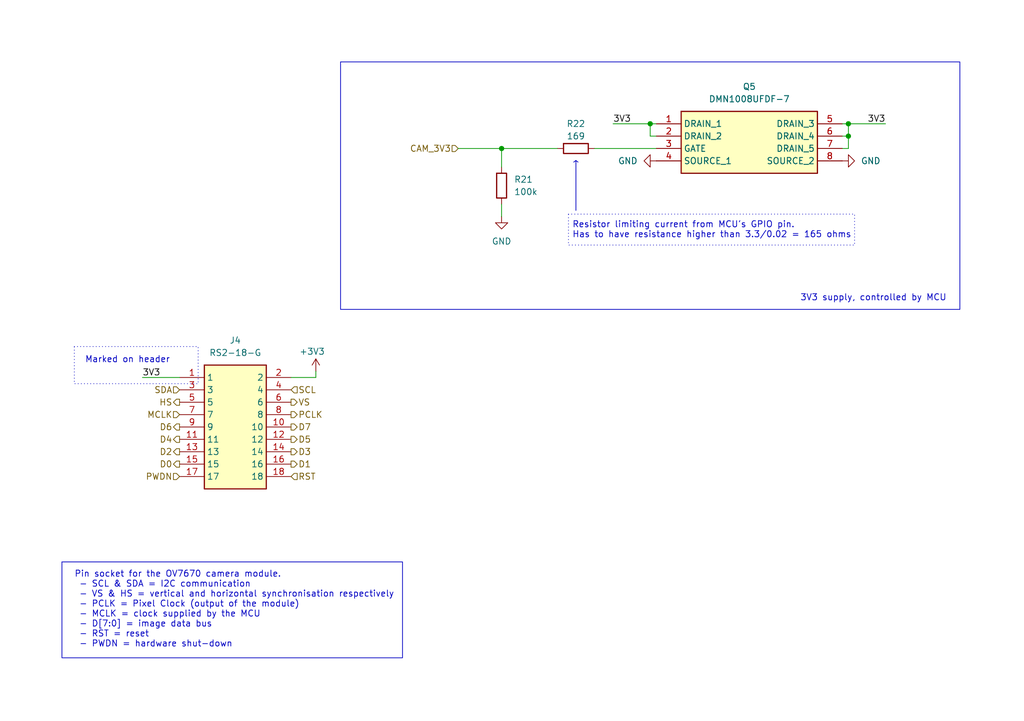
<source format=kicad_sch>
(kicad_sch
	(version 20231120)
	(generator "eeschema")
	(generator_version "8.0")
	(uuid "8b810c15-c345-4e7e-83b3-8492b626435d")
	(paper "A5")
	(lib_symbols
		(symbol "Device:R"
			(pin_numbers hide)
			(pin_names
				(offset 0)
			)
			(exclude_from_sim no)
			(in_bom yes)
			(on_board yes)
			(property "Reference" "R"
				(at 2.032 0 90)
				(effects
					(font
						(size 1.27 1.27)
					)
				)
			)
			(property "Value" "R"
				(at 0 0 90)
				(effects
					(font
						(size 1.27 1.27)
					)
				)
			)
			(property "Footprint" ""
				(at -1.778 0 90)
				(effects
					(font
						(size 1.27 1.27)
					)
					(hide yes)
				)
			)
			(property "Datasheet" "~"
				(at 0 0 0)
				(effects
					(font
						(size 1.27 1.27)
					)
					(hide yes)
				)
			)
			(property "Description" "Resistor"
				(at 0 0 0)
				(effects
					(font
						(size 1.27 1.27)
					)
					(hide yes)
				)
			)
			(property "ki_keywords" "R res resistor"
				(at 0 0 0)
				(effects
					(font
						(size 1.27 1.27)
					)
					(hide yes)
				)
			)
			(property "ki_fp_filters" "R_*"
				(at 0 0 0)
				(effects
					(font
						(size 1.27 1.27)
					)
					(hide yes)
				)
			)
			(symbol "R_0_1"
				(rectangle
					(start -1.016 -2.54)
					(end 1.016 2.54)
					(stroke
						(width 0.254)
						(type default)
					)
					(fill
						(type none)
					)
				)
			)
			(symbol "R_1_1"
				(pin passive line
					(at 0 3.81 270)
					(length 1.27)
					(name "~"
						(effects
							(font
								(size 1.27 1.27)
							)
						)
					)
					(number "1"
						(effects
							(font
								(size 1.27 1.27)
							)
						)
					)
				)
				(pin passive line
					(at 0 -3.81 90)
					(length 1.27)
					(name "~"
						(effects
							(font
								(size 1.27 1.27)
							)
						)
					)
					(number "2"
						(effects
							(font
								(size 1.27 1.27)
							)
						)
					)
				)
			)
		)
		(symbol "SamacSys_Parts:DMN1008UFDF-7"
			(exclude_from_sim no)
			(in_bom yes)
			(on_board yes)
			(property "Reference" "Q"
				(at 34.29 7.62 0)
				(effects
					(font
						(size 1.27 1.27)
					)
					(justify left top)
				)
			)
			(property "Value" "DMN1008UFDF-7"
				(at 34.29 5.08 0)
				(effects
					(font
						(size 1.27 1.27)
					)
					(justify left top)
				)
			)
			(property "Footprint" "DMN1008UFDF7"
				(at 34.29 -94.92 0)
				(effects
					(font
						(size 1.27 1.27)
					)
					(justify left top)
					(hide yes)
				)
			)
			(property "Datasheet" "https://www.diodes.com//assets/Datasheets/DMN1008UFDF.pdf"
				(at 34.29 -194.92 0)
				(effects
					(font
						(size 1.27 1.27)
					)
					(justify left top)
					(hide yes)
				)
			)
			(property "Description" "N-Channel 12 V 12.2A (Ta) 700mW (Ta) Surface Mount U-DFN2020-6 (Type F)"
				(at 0 0 0)
				(effects
					(font
						(size 1.27 1.27)
					)
					(hide yes)
				)
			)
			(property "Height" "0.63"
				(at 34.29 -394.92 0)
				(effects
					(font
						(size 1.27 1.27)
					)
					(justify left top)
					(hide yes)
				)
			)
			(property "Manufacturer_Name" "Diodes Incorporated"
				(at 34.29 -494.92 0)
				(effects
					(font
						(size 1.27 1.27)
					)
					(justify left top)
					(hide yes)
				)
			)
			(property "Manufacturer_Part_Number" "DMN1008UFDF-7"
				(at 34.29 -594.92 0)
				(effects
					(font
						(size 1.27 1.27)
					)
					(justify left top)
					(hide yes)
				)
			)
			(property "Mouser Part Number" "621-DMN1008UFDF-7"
				(at 34.29 -694.92 0)
				(effects
					(font
						(size 1.27 1.27)
					)
					(justify left top)
					(hide yes)
				)
			)
			(property "Mouser Price/Stock" "https://www.mouser.co.uk/ProductDetail/Diodes-Incorporated/DMN1008UFDF-7?qs=chTDxNqvsyn%2FQmgNwqXGFQ%3D%3D"
				(at 34.29 -794.92 0)
				(effects
					(font
						(size 1.27 1.27)
					)
					(justify left top)
					(hide yes)
				)
			)
			(property "Arrow Part Number" "DMN1008UFDF-7"
				(at 34.29 -894.92 0)
				(effects
					(font
						(size 1.27 1.27)
					)
					(justify left top)
					(hide yes)
				)
			)
			(property "Arrow Price/Stock" "https://www.arrow.com/en/products/dmn1008ufdf-7/diodes-incorporated"
				(at 34.29 -994.92 0)
				(effects
					(font
						(size 1.27 1.27)
					)
					(justify left top)
					(hide yes)
				)
			)
			(symbol "DMN1008UFDF-7_1_1"
				(rectangle
					(start 5.08 2.54)
					(end 33.02 -10.16)
					(stroke
						(width 0.254)
						(type default)
					)
					(fill
						(type background)
					)
				)
				(pin passive line
					(at 0 0 0)
					(length 5.08)
					(name "DRAIN_1"
						(effects
							(font
								(size 1.27 1.27)
							)
						)
					)
					(number "1"
						(effects
							(font
								(size 1.27 1.27)
							)
						)
					)
				)
				(pin passive line
					(at 0 -2.54 0)
					(length 5.08)
					(name "DRAIN_2"
						(effects
							(font
								(size 1.27 1.27)
							)
						)
					)
					(number "2"
						(effects
							(font
								(size 1.27 1.27)
							)
						)
					)
				)
				(pin passive line
					(at 0 -5.08 0)
					(length 5.08)
					(name "GATE"
						(effects
							(font
								(size 1.27 1.27)
							)
						)
					)
					(number "3"
						(effects
							(font
								(size 1.27 1.27)
							)
						)
					)
				)
				(pin passive line
					(at 0 -7.62 0)
					(length 5.08)
					(name "SOURCE_1"
						(effects
							(font
								(size 1.27 1.27)
							)
						)
					)
					(number "4"
						(effects
							(font
								(size 1.27 1.27)
							)
						)
					)
				)
				(pin passive line
					(at 38.1 0 180)
					(length 5.08)
					(name "DRAIN_3"
						(effects
							(font
								(size 1.27 1.27)
							)
						)
					)
					(number "5"
						(effects
							(font
								(size 1.27 1.27)
							)
						)
					)
				)
				(pin passive line
					(at 38.1 -2.54 180)
					(length 5.08)
					(name "DRAIN_4"
						(effects
							(font
								(size 1.27 1.27)
							)
						)
					)
					(number "6"
						(effects
							(font
								(size 1.27 1.27)
							)
						)
					)
				)
				(pin passive line
					(at 38.1 -5.08 180)
					(length 5.08)
					(name "DRAIN_5"
						(effects
							(font
								(size 1.27 1.27)
							)
						)
					)
					(number "7"
						(effects
							(font
								(size 1.27 1.27)
							)
						)
					)
				)
				(pin passive line
					(at 38.1 -7.62 180)
					(length 5.08)
					(name "SOURCE_2"
						(effects
							(font
								(size 1.27 1.27)
							)
						)
					)
					(number "8"
						(effects
							(font
								(size 1.27 1.27)
							)
						)
					)
				)
			)
		)
		(symbol "SamacSys_Parts:RS2-18-G"
			(exclude_from_sim no)
			(in_bom yes)
			(on_board yes)
			(property "Reference" "J"
				(at 19.05 7.62 0)
				(effects
					(font
						(size 1.27 1.27)
					)
					(justify left top)
				)
			)
			(property "Value" "RS2-18-G"
				(at 19.05 5.08 0)
				(effects
					(font
						(size 1.27 1.27)
					)
					(justify left top)
				)
			)
			(property "Footprint" "RHDR18W60P254_2X9_2337X500X889P"
				(at 19.05 -94.92 0)
				(effects
					(font
						(size 1.27 1.27)
					)
					(justify left top)
					(hide yes)
				)
			)
			(property "Datasheet" "https://app.adam-tech.com/products/download/data_sheet/202893/rs2-xx-g-data-sheet.pdf"
				(at 19.05 -194.92 0)
				(effects
					(font
						(size 1.27 1.27)
					)
					(justify left top)
					(hide yes)
				)
			)
			(property "Description" "Headers & Wire Housings RECEPTACLE STRIP 18P 2.54MM PITC"
				(at 0 0 0)
				(effects
					(font
						(size 1.27 1.27)
					)
					(hide yes)
				)
			)
			(property "Height" "8.89"
				(at 19.05 -394.92 0)
				(effects
					(font
						(size 1.27 1.27)
					)
					(justify left top)
					(hide yes)
				)
			)
			(property "Manufacturer_Name" "Adam Tech"
				(at 19.05 -494.92 0)
				(effects
					(font
						(size 1.27 1.27)
					)
					(justify left top)
					(hide yes)
				)
			)
			(property "Manufacturer_Part_Number" "RS2-18-G"
				(at 19.05 -594.92 0)
				(effects
					(font
						(size 1.27 1.27)
					)
					(justify left top)
					(hide yes)
				)
			)
			(property "Mouser Part Number" ""
				(at 19.05 -694.92 0)
				(effects
					(font
						(size 1.27 1.27)
					)
					(justify left top)
					(hide yes)
				)
			)
			(property "Mouser Price/Stock" ""
				(at 19.05 -794.92 0)
				(effects
					(font
						(size 1.27 1.27)
					)
					(justify left top)
					(hide yes)
				)
			)
			(property "Arrow Part Number" "RS2-18-G"
				(at 19.05 -894.92 0)
				(effects
					(font
						(size 1.27 1.27)
					)
					(justify left top)
					(hide yes)
				)
			)
			(property "Arrow Price/Stock" "https://www.arrow.com/en/products/rs2-18-g/adam-tech"
				(at 19.05 -994.92 0)
				(effects
					(font
						(size 1.27 1.27)
					)
					(justify left top)
					(hide yes)
				)
			)
			(symbol "RS2-18-G_1_1"
				(rectangle
					(start 5.08 2.54)
					(end 17.78 -22.86)
					(stroke
						(width 0.254)
						(type default)
					)
					(fill
						(type background)
					)
				)
				(pin passive line
					(at 0 0 0)
					(length 5.08)
					(name "1"
						(effects
							(font
								(size 1.27 1.27)
							)
						)
					)
					(number "1"
						(effects
							(font
								(size 1.27 1.27)
							)
						)
					)
				)
				(pin passive line
					(at 22.86 -10.16 180)
					(length 5.08)
					(name "10"
						(effects
							(font
								(size 1.27 1.27)
							)
						)
					)
					(number "10"
						(effects
							(font
								(size 1.27 1.27)
							)
						)
					)
				)
				(pin passive line
					(at 0 -12.7 0)
					(length 5.08)
					(name "11"
						(effects
							(font
								(size 1.27 1.27)
							)
						)
					)
					(number "11"
						(effects
							(font
								(size 1.27 1.27)
							)
						)
					)
				)
				(pin passive line
					(at 22.86 -12.7 180)
					(length 5.08)
					(name "12"
						(effects
							(font
								(size 1.27 1.27)
							)
						)
					)
					(number "12"
						(effects
							(font
								(size 1.27 1.27)
							)
						)
					)
				)
				(pin passive line
					(at 0 -15.24 0)
					(length 5.08)
					(name "13"
						(effects
							(font
								(size 1.27 1.27)
							)
						)
					)
					(number "13"
						(effects
							(font
								(size 1.27 1.27)
							)
						)
					)
				)
				(pin passive line
					(at 22.86 -15.24 180)
					(length 5.08)
					(name "14"
						(effects
							(font
								(size 1.27 1.27)
							)
						)
					)
					(number "14"
						(effects
							(font
								(size 1.27 1.27)
							)
						)
					)
				)
				(pin passive line
					(at 0 -17.78 0)
					(length 5.08)
					(name "15"
						(effects
							(font
								(size 1.27 1.27)
							)
						)
					)
					(number "15"
						(effects
							(font
								(size 1.27 1.27)
							)
						)
					)
				)
				(pin passive line
					(at 22.86 -17.78 180)
					(length 5.08)
					(name "16"
						(effects
							(font
								(size 1.27 1.27)
							)
						)
					)
					(number "16"
						(effects
							(font
								(size 1.27 1.27)
							)
						)
					)
				)
				(pin passive line
					(at 0 -20.32 0)
					(length 5.08)
					(name "17"
						(effects
							(font
								(size 1.27 1.27)
							)
						)
					)
					(number "17"
						(effects
							(font
								(size 1.27 1.27)
							)
						)
					)
				)
				(pin passive line
					(at 22.86 -20.32 180)
					(length 5.08)
					(name "18"
						(effects
							(font
								(size 1.27 1.27)
							)
						)
					)
					(number "18"
						(effects
							(font
								(size 1.27 1.27)
							)
						)
					)
				)
				(pin passive line
					(at 22.86 0 180)
					(length 5.08)
					(name "2"
						(effects
							(font
								(size 1.27 1.27)
							)
						)
					)
					(number "2"
						(effects
							(font
								(size 1.27 1.27)
							)
						)
					)
				)
				(pin passive line
					(at 0 -2.54 0)
					(length 5.08)
					(name "3"
						(effects
							(font
								(size 1.27 1.27)
							)
						)
					)
					(number "3"
						(effects
							(font
								(size 1.27 1.27)
							)
						)
					)
				)
				(pin passive line
					(at 22.86 -2.54 180)
					(length 5.08)
					(name "4"
						(effects
							(font
								(size 1.27 1.27)
							)
						)
					)
					(number "4"
						(effects
							(font
								(size 1.27 1.27)
							)
						)
					)
				)
				(pin passive line
					(at 0 -5.08 0)
					(length 5.08)
					(name "5"
						(effects
							(font
								(size 1.27 1.27)
							)
						)
					)
					(number "5"
						(effects
							(font
								(size 1.27 1.27)
							)
						)
					)
				)
				(pin passive line
					(at 22.86 -5.08 180)
					(length 5.08)
					(name "6"
						(effects
							(font
								(size 1.27 1.27)
							)
						)
					)
					(number "6"
						(effects
							(font
								(size 1.27 1.27)
							)
						)
					)
				)
				(pin passive line
					(at 0 -7.62 0)
					(length 5.08)
					(name "7"
						(effects
							(font
								(size 1.27 1.27)
							)
						)
					)
					(number "7"
						(effects
							(font
								(size 1.27 1.27)
							)
						)
					)
				)
				(pin passive line
					(at 22.86 -7.62 180)
					(length 5.08)
					(name "8"
						(effects
							(font
								(size 1.27 1.27)
							)
						)
					)
					(number "8"
						(effects
							(font
								(size 1.27 1.27)
							)
						)
					)
				)
				(pin passive line
					(at 0 -10.16 0)
					(length 5.08)
					(name "9"
						(effects
							(font
								(size 1.27 1.27)
							)
						)
					)
					(number "9"
						(effects
							(font
								(size 1.27 1.27)
							)
						)
					)
				)
			)
		)
		(symbol "power:+3V3"
			(power)
			(pin_numbers hide)
			(pin_names
				(offset 0) hide)
			(exclude_from_sim no)
			(in_bom yes)
			(on_board yes)
			(property "Reference" "#PWR"
				(at 0 -3.81 0)
				(effects
					(font
						(size 1.27 1.27)
					)
					(hide yes)
				)
			)
			(property "Value" "+3V3"
				(at 0 3.556 0)
				(effects
					(font
						(size 1.27 1.27)
					)
				)
			)
			(property "Footprint" ""
				(at 0 0 0)
				(effects
					(font
						(size 1.27 1.27)
					)
					(hide yes)
				)
			)
			(property "Datasheet" ""
				(at 0 0 0)
				(effects
					(font
						(size 1.27 1.27)
					)
					(hide yes)
				)
			)
			(property "Description" "Power symbol creates a global label with name \"+3V3\""
				(at 0 0 0)
				(effects
					(font
						(size 1.27 1.27)
					)
					(hide yes)
				)
			)
			(property "ki_keywords" "global power"
				(at 0 0 0)
				(effects
					(font
						(size 1.27 1.27)
					)
					(hide yes)
				)
			)
			(symbol "+3V3_0_1"
				(polyline
					(pts
						(xy -0.762 1.27) (xy 0 2.54)
					)
					(stroke
						(width 0)
						(type default)
					)
					(fill
						(type none)
					)
				)
				(polyline
					(pts
						(xy 0 0) (xy 0 2.54)
					)
					(stroke
						(width 0)
						(type default)
					)
					(fill
						(type none)
					)
				)
				(polyline
					(pts
						(xy 0 2.54) (xy 0.762 1.27)
					)
					(stroke
						(width 0)
						(type default)
					)
					(fill
						(type none)
					)
				)
			)
			(symbol "+3V3_1_1"
				(pin power_in line
					(at 0 0 90)
					(length 0)
					(name "~"
						(effects
							(font
								(size 1.27 1.27)
							)
						)
					)
					(number "1"
						(effects
							(font
								(size 1.27 1.27)
							)
						)
					)
				)
			)
		)
		(symbol "power:GND"
			(power)
			(pin_numbers hide)
			(pin_names
				(offset 0) hide)
			(exclude_from_sim no)
			(in_bom yes)
			(on_board yes)
			(property "Reference" "#PWR"
				(at 0 -6.35 0)
				(effects
					(font
						(size 1.27 1.27)
					)
					(hide yes)
				)
			)
			(property "Value" "GND"
				(at 0 -3.81 0)
				(effects
					(font
						(size 1.27 1.27)
					)
				)
			)
			(property "Footprint" ""
				(at 0 0 0)
				(effects
					(font
						(size 1.27 1.27)
					)
					(hide yes)
				)
			)
			(property "Datasheet" ""
				(at 0 0 0)
				(effects
					(font
						(size 1.27 1.27)
					)
					(hide yes)
				)
			)
			(property "Description" "Power symbol creates a global label with name \"GND\" , ground"
				(at 0 0 0)
				(effects
					(font
						(size 1.27 1.27)
					)
					(hide yes)
				)
			)
			(property "ki_keywords" "global power"
				(at 0 0 0)
				(effects
					(font
						(size 1.27 1.27)
					)
					(hide yes)
				)
			)
			(symbol "GND_0_1"
				(polyline
					(pts
						(xy 0 0) (xy 0 -1.27) (xy 1.27 -1.27) (xy 0 -2.54) (xy -1.27 -1.27) (xy 0 -1.27)
					)
					(stroke
						(width 0)
						(type default)
					)
					(fill
						(type none)
					)
				)
			)
			(symbol "GND_1_1"
				(pin power_in line
					(at 0 0 270)
					(length 0)
					(name "~"
						(effects
							(font
								(size 1.27 1.27)
							)
						)
					)
					(number "1"
						(effects
							(font
								(size 1.27 1.27)
							)
						)
					)
				)
			)
		)
	)
	(junction
		(at 173.99 25.4)
		(diameter 0)
		(color 0 0 0 0)
		(uuid "0da610de-3249-4f1d-95cb-e6b1fadb31dd")
	)
	(junction
		(at 102.87 30.48)
		(diameter 0)
		(color 0 0 0 0)
		(uuid "6e3bf0ed-e255-47d6-8cee-3e2feddfaed6")
	)
	(junction
		(at 133.35 25.4)
		(diameter 0)
		(color 0 0 0 0)
		(uuid "aaf5b6f7-d560-4168-85fb-bddd486bc5c1")
	)
	(junction
		(at 173.99 27.94)
		(diameter 0)
		(color 0 0 0 0)
		(uuid "b35c31fa-01ab-4ce8-b02d-b8ec4e1bbc9d")
	)
	(wire
		(pts
			(xy 172.72 25.4) (xy 173.99 25.4)
		)
		(stroke
			(width 0)
			(type default)
		)
		(uuid "1e33fc12-87bf-44ae-b1f9-032a58de5512")
	)
	(wire
		(pts
			(xy 173.99 30.48) (xy 173.99 27.94)
		)
		(stroke
			(width 0)
			(type default)
		)
		(uuid "4a94b3ef-599d-4538-99a8-7bb39c8fe596")
	)
	(wire
		(pts
			(xy 64.77 76.2) (xy 64.77 77.47)
		)
		(stroke
			(width 0)
			(type default)
		)
		(uuid "4c8fc943-1055-422a-9736-78ab5eccd625")
	)
	(wire
		(pts
			(xy 125.73 25.4) (xy 133.35 25.4)
		)
		(stroke
			(width 0)
			(type default)
		)
		(uuid "4e3c6b05-7f1a-4ae3-a56e-02dee21ce782")
	)
	(wire
		(pts
			(xy 134.62 27.94) (xy 133.35 27.94)
		)
		(stroke
			(width 0)
			(type default)
		)
		(uuid "4fc6d610-6c64-4ae7-be44-50870203fa45")
	)
	(wire
		(pts
			(xy 133.35 27.94) (xy 133.35 25.4)
		)
		(stroke
			(width 0)
			(type default)
		)
		(uuid "56eea1ac-1a52-4b20-9728-52918d7639e9")
	)
	(wire
		(pts
			(xy 133.35 25.4) (xy 134.62 25.4)
		)
		(stroke
			(width 0)
			(type default)
		)
		(uuid "717118df-924e-4bbc-84a5-fa6c6f2daf87")
	)
	(wire
		(pts
			(xy 121.92 30.48) (xy 134.62 30.48)
		)
		(stroke
			(width 0)
			(type default)
		)
		(uuid "7688270e-c8c9-4b45-a389-7349387e1cb2")
	)
	(wire
		(pts
			(xy 29.21 77.47) (xy 36.83 77.47)
		)
		(stroke
			(width 0)
			(type default)
		)
		(uuid "8ca2c3f3-ee2f-4b8a-b64b-54052e6c561e")
	)
	(wire
		(pts
			(xy 102.87 41.91) (xy 102.87 44.45)
		)
		(stroke
			(width 0)
			(type default)
		)
		(uuid "a591e7c8-d480-4e68-9d69-2409ac303dc5")
	)
	(wire
		(pts
			(xy 173.99 25.4) (xy 181.61 25.4)
		)
		(stroke
			(width 0)
			(type default)
		)
		(uuid "a640d5c1-62a4-4448-b334-7bb55d7b1676")
	)
	(wire
		(pts
			(xy 172.72 30.48) (xy 173.99 30.48)
		)
		(stroke
			(width 0)
			(type default)
		)
		(uuid "bd1a2c3f-2a2a-4ed0-8293-c66bad2954fc")
	)
	(wire
		(pts
			(xy 173.99 25.4) (xy 173.99 27.94)
		)
		(stroke
			(width 0)
			(type default)
		)
		(uuid "c392f2fc-adf4-4566-afdc-c2d93fefd052")
	)
	(wire
		(pts
			(xy 102.87 30.48) (xy 102.87 34.29)
		)
		(stroke
			(width 0)
			(type default)
		)
		(uuid "c6e85bb0-a597-4ea7-a5b1-334d610b1ae4")
	)
	(polyline
		(pts
			(xy 118.11 33.02) (xy 118.11 43.18)
		)
		(stroke
			(width 0)
			(type default)
		)
		(uuid "c9a8b150-032c-46c1-8d17-23e66fd7150d")
	)
	(wire
		(pts
			(xy 172.72 27.94) (xy 173.99 27.94)
		)
		(stroke
			(width 0)
			(type default)
		)
		(uuid "dc477e70-2378-4dc1-afbe-1e0946212bd3")
	)
	(wire
		(pts
			(xy 64.77 77.47) (xy 59.69 77.47)
		)
		(stroke
			(width 0)
			(type default)
		)
		(uuid "e3c7be90-4bd0-4a00-abb1-6dbc182090d0")
	)
	(wire
		(pts
			(xy 102.87 30.48) (xy 114.3 30.48)
		)
		(stroke
			(width 0)
			(type default)
		)
		(uuid "ec2aa368-4027-4d2f-8c7c-bdc10ccda52b")
	)
	(wire
		(pts
			(xy 93.98 30.48) (xy 102.87 30.48)
		)
		(stroke
			(width 0)
			(type default)
		)
		(uuid "f31b786f-b2c7-437f-8c42-701ef80fb9f3")
	)
	(rectangle
		(start 116.586 43.942)
		(end 175.26 50.292)
		(stroke
			(width 0)
			(type dot)
		)
		(fill
			(type none)
		)
		(uuid 3f7ceb0a-79bb-4fdd-9265-3d7364673183)
	)
	(rectangle
		(start 15.24 71.12)
		(end 40.64 78.74)
		(stroke
			(width 0)
			(type dot)
		)
		(fill
			(type none)
		)
		(uuid 7f5bb983-aeed-4c58-bbe5-318baea2d0c8)
	)
	(rectangle
		(start 12.7 115.316)
		(end 82.55 135.001)
		(stroke
			(width 0)
			(type default)
		)
		(fill
			(type none)
		)
		(uuid 956766e0-32bf-4d27-87d9-3bd7ed5a8f45)
	)
	(rectangle
		(start 69.85 12.7)
		(end 196.85 63.5)
		(stroke
			(width 0)
			(type default)
		)
		(fill
			(type none)
		)
		(uuid a25ec44f-dd63-454a-82e5-f1c721f61845)
	)
	(text "Pin socket for the OV7670 camera module.\n - SCL & SDA = I2C communication \n - VS & HS = vertical and horizontal synchronisation respectively\n - PCLK = Pixel Clock (output of the module)\n - MCLK = clock supplied by the MCU\n - D[7:0] = image data bus \n - RST = reset \n - PWDN = hardware shut-down\n"
		(exclude_from_sim no)
		(at 15.24 125.095 0)
		(effects
			(font
				(size 1.27 1.27)
			)
			(justify left)
		)
		(uuid "060f0bc5-804b-42e0-a5e6-313e9d1deb64")
	)
	(text "^"
		(exclude_from_sim no)
		(at 117.348 34.544 0)
		(effects
			(font
				(size 2.3 2.3)
			)
			(justify left)
		)
		(uuid "6bf5f436-5deb-48df-818c-ee4fddc91689")
	)
	(text "3V3 supply, controlled by MCU"
		(exclude_from_sim no)
		(at 164.084 61.214 0)
		(effects
			(font
				(size 1.27 1.27)
			)
			(justify left)
		)
		(uuid "7d525ca8-0e58-4d76-aa20-0709c8506bbd")
	)
	(text "Marked on header"
		(exclude_from_sim no)
		(at 26.162 73.914 0)
		(effects
			(font
				(size 1.27 1.27)
			)
		)
		(uuid "9ec5ee43-ff80-4ac8-8309-6a22ec935b3d")
	)
	(text "Resistor limiting current from MCU's GPIO pin. \nHas to have resistance higher than 3.3/0.02 = 165 ohms \n"
		(exclude_from_sim no)
		(at 117.348 47.244 0)
		(effects
			(font
				(size 1.27 1.27)
			)
			(justify left)
		)
		(uuid "b4183297-bf90-4f4c-a6d1-5c5183bacab6")
	)
	(label "3V3"
		(at 29.21 77.47 0)
		(effects
			(font
				(size 1.27 1.27)
			)
			(justify left bottom)
		)
		(uuid "cbd57b3d-e834-4bfa-a1f7-228fd428222f")
	)
	(label "3V3"
		(at 125.73 25.4 0)
		(effects
			(font
				(size 1.27 1.27)
			)
			(justify left bottom)
		)
		(uuid "dba9e411-252c-4f33-a3b5-7d4a9c4e1ae8")
	)
	(label "3V3"
		(at 181.61 25.4 180)
		(effects
			(font
				(size 1.27 1.27)
			)
			(justify right bottom)
		)
		(uuid "e49a5451-d8d1-4912-8ec5-5d62d6a5b1fb")
	)
	(hierarchical_label "PWDN"
		(shape input)
		(at 36.83 97.79 180)
		(effects
			(font
				(size 1.27 1.27)
			)
			(justify right)
		)
		(uuid "14a45f79-aa7c-4847-ae02-ed8d501d9ae5")
	)
	(hierarchical_label "D1"
		(shape output)
		(at 59.69 95.25 0)
		(effects
			(font
				(size 1.27 1.27)
			)
			(justify left)
		)
		(uuid "28dd96f4-e351-4c31-b56c-8500df4e01d4")
	)
	(hierarchical_label "D6"
		(shape output)
		(at 36.83 87.63 180)
		(effects
			(font
				(size 1.27 1.27)
			)
			(justify right)
		)
		(uuid "419f2613-de6e-48a3-8840-8d8c4532bc61")
	)
	(hierarchical_label "D7"
		(shape output)
		(at 59.69 87.63 0)
		(effects
			(font
				(size 1.27 1.27)
			)
			(justify left)
		)
		(uuid "46b60d6e-05c1-4ba6-aab7-afff0cac52ee")
	)
	(hierarchical_label "SCL"
		(shape input)
		(at 59.69 80.01 0)
		(effects
			(font
				(size 1.27 1.27)
			)
			(justify left)
		)
		(uuid "46de86cc-7efc-429f-a26a-f9cc25dd7e8d")
	)
	(hierarchical_label "VS"
		(shape output)
		(at 59.69 82.55 0)
		(effects
			(font
				(size 1.27 1.27)
			)
			(justify left)
		)
		(uuid "47be0b7d-9ee4-443a-9522-7da68f77aaa4")
	)
	(hierarchical_label "D0"
		(shape output)
		(at 36.83 95.25 180)
		(effects
			(font
				(size 1.27 1.27)
			)
			(justify right)
		)
		(uuid "83eff073-0ac6-4175-9141-3c047636cd10")
	)
	(hierarchical_label "D5"
		(shape output)
		(at 59.69 90.17 0)
		(effects
			(font
				(size 1.27 1.27)
			)
			(justify left)
		)
		(uuid "886c2e93-b716-4b2e-837f-763c13c687ca")
	)
	(hierarchical_label "PCLK"
		(shape output)
		(at 59.69 85.09 0)
		(effects
			(font
				(size 1.27 1.27)
			)
			(justify left)
		)
		(uuid "8ffc0b66-900d-4ff0-95f7-4b3e13731e03")
	)
	(hierarchical_label "RST"
		(shape input)
		(at 59.69 97.79 0)
		(effects
			(font
				(size 1.27 1.27)
			)
			(justify left)
		)
		(uuid "9059cae3-a4da-4bf3-b062-043ff7ad80fd")
	)
	(hierarchical_label "HS"
		(shape output)
		(at 36.83 82.55 180)
		(effects
			(font
				(size 1.27 1.27)
			)
			(justify right)
		)
		(uuid "9c801d49-a7a3-413f-a55d-aa62dc3bf3dc")
	)
	(hierarchical_label "CAM_3V3"
		(shape input)
		(at 93.98 30.48 180)
		(effects
			(font
				(size 1.27 1.27)
			)
			(justify right)
		)
		(uuid "a2176ded-3046-41d3-8ed7-87ea4f30b405")
	)
	(hierarchical_label "D3"
		(shape output)
		(at 59.69 92.71 0)
		(effects
			(font
				(size 1.27 1.27)
			)
			(justify left)
		)
		(uuid "a39f1951-35b2-4d00-9c10-fbefa2ee76e0")
	)
	(hierarchical_label "SDA"
		(shape input)
		(at 36.83 80.01 180)
		(effects
			(font
				(size 1.27 1.27)
			)
			(justify right)
		)
		(uuid "bb6f4183-95f2-4d31-8e96-5ad4685cba1d")
	)
	(hierarchical_label "MCLK"
		(shape input)
		(at 36.83 85.09 180)
		(effects
			(font
				(size 1.27 1.27)
			)
			(justify right)
		)
		(uuid "e6a75224-167f-40ca-94fd-0103abfef99e")
	)
	(hierarchical_label "D2"
		(shape output)
		(at 36.83 92.71 180)
		(effects
			(font
				(size 1.27 1.27)
			)
			(justify right)
		)
		(uuid "f783065c-4014-4835-a805-c56d56687d85")
	)
	(hierarchical_label "D4"
		(shape output)
		(at 36.83 90.17 180)
		(effects
			(font
				(size 1.27 1.27)
			)
			(justify right)
		)
		(uuid "fc4d2373-6f11-4747-a760-b65449681603")
	)
	(symbol
		(lib_id "SamacSys_Parts:DMN1008UFDF-7")
		(at 134.62 25.4 0)
		(unit 1)
		(exclude_from_sim no)
		(in_bom yes)
		(on_board yes)
		(dnp no)
		(fields_autoplaced yes)
		(uuid "00a39a8e-80fd-4107-81e7-24d82a3e1598")
		(property "Reference" "Q5"
			(at 153.67 17.78 0)
			(effects
				(font
					(size 1.27 1.27)
				)
			)
		)
		(property "Value" "DMN1008UFDF-7"
			(at 153.67 20.32 0)
			(effects
				(font
					(size 1.27 1.27)
				)
			)
		)
		(property "Footprint" "DMN1008UFDF7"
			(at 168.91 120.32 0)
			(effects
				(font
					(size 1.27 1.27)
				)
				(justify left top)
				(hide yes)
			)
		)
		(property "Datasheet" "https://www.diodes.com//assets/Datasheets/DMN1008UFDF.pdf"
			(at 168.91 220.32 0)
			(effects
				(font
					(size 1.27 1.27)
				)
				(justify left top)
				(hide yes)
			)
		)
		(property "Description" "N-Channel 12 V 12.2A (Ta) 700mW (Ta) Surface Mount U-DFN2020-6 (Type F)"
			(at 134.62 25.4 0)
			(effects
				(font
					(size 1.27 1.27)
				)
				(hide yes)
			)
		)
		(property "Height" "0.63"
			(at 168.91 420.32 0)
			(effects
				(font
					(size 1.27 1.27)
				)
				(justify left top)
				(hide yes)
			)
		)
		(property "Manufacturer_Name" "Diodes Incorporated"
			(at 168.91 520.32 0)
			(effects
				(font
					(size 1.27 1.27)
				)
				(justify left top)
				(hide yes)
			)
		)
		(property "Manufacturer_Part_Number" "DMN1008UFDF-7"
			(at 168.91 620.32 0)
			(effects
				(font
					(size 1.27 1.27)
				)
				(justify left top)
				(hide yes)
			)
		)
		(property "Mouser Part Number" "621-DMN1008UFDF-7"
			(at 168.91 720.32 0)
			(effects
				(font
					(size 1.27 1.27)
				)
				(justify left top)
				(hide yes)
			)
		)
		(property "Mouser Price/Stock" "https://www.mouser.co.uk/ProductDetail/Diodes-Incorporated/DMN1008UFDF-7?qs=chTDxNqvsyn%2FQmgNwqXGFQ%3D%3D"
			(at 168.91 820.32 0)
			(effects
				(font
					(size 1.27 1.27)
				)
				(justify left top)
				(hide yes)
			)
		)
		(property "Arrow Part Number" "DMN1008UFDF-7"
			(at 168.91 920.32 0)
			(effects
				(font
					(size 1.27 1.27)
				)
				(justify left top)
				(hide yes)
			)
		)
		(property "Arrow Price/Stock" "https://www.arrow.com/en/products/dmn1008ufdf-7/diodes-incorporated"
			(at 168.91 1020.32 0)
			(effects
				(font
					(size 1.27 1.27)
				)
				(justify left top)
				(hide yes)
			)
		)
		(pin "1"
			(uuid "28e16c5d-a81e-469c-9af2-9adcade1d146")
		)
		(pin "5"
			(uuid "9bde269c-e603-4541-a442-c3003e24b81c")
		)
		(pin "2"
			(uuid "dfb0df18-dd65-4781-b619-1516ecaacffa")
		)
		(pin "8"
			(uuid "b2051dad-6b44-4a26-bc00-0bf2d17fc435")
		)
		(pin "3"
			(uuid "00c4e358-f398-4bdd-bd91-ab8f870f56bb")
		)
		(pin "4"
			(uuid "2a32ab94-cf68-4a5d-81de-2e51394b155c")
		)
		(pin "6"
			(uuid "daf433bf-f120-468b-bf74-c8d400540baf")
		)
		(pin "7"
			(uuid "8464b278-0fc8-4865-a6af-bb300742af4e")
		)
		(instances
			(project ""
				(path "/e8e834c4-1afb-42f7-b718-3cb720dae1d5/a0c7114d-8344-4dfb-8086-bd9d063d8594"
					(reference "Q5")
					(unit 1)
				)
			)
		)
	)
	(symbol
		(lib_id "Device:R")
		(at 102.87 38.1 0)
		(unit 1)
		(exclude_from_sim no)
		(in_bom yes)
		(on_board yes)
		(dnp no)
		(fields_autoplaced yes)
		(uuid "1ebf9a34-c0d5-46d7-ad4e-300c071a1b6c")
		(property "Reference" "R21"
			(at 105.41 36.8299 0)
			(effects
				(font
					(size 1.27 1.27)
				)
				(justify left)
			)
		)
		(property "Value" "100k"
			(at 105.41 39.3699 0)
			(effects
				(font
					(size 1.27 1.27)
				)
				(justify left)
			)
		)
		(property "Footprint" "Resistor_SMD:R_0402_1005Metric"
			(at 101.092 38.1 90)
			(effects
				(font
					(size 1.27 1.27)
				)
				(hide yes)
			)
		)
		(property "Datasheet" "~"
			(at 102.87 38.1 0)
			(effects
				(font
					(size 1.27 1.27)
				)
				(hide yes)
			)
		)
		(property "Description" "Resistor"
			(at 102.87 38.1 0)
			(effects
				(font
					(size 1.27 1.27)
				)
				(hide yes)
			)
		)
		(pin "1"
			(uuid "dba212cd-5acb-4bbf-9b48-f22331a07296")
		)
		(pin "2"
			(uuid "92bb8da5-3b18-4f75-a241-9622f97d5607")
		)
		(instances
			(project ""
				(path "/e8e834c4-1afb-42f7-b718-3cb720dae1d5/a0c7114d-8344-4dfb-8086-bd9d063d8594"
					(reference "R21")
					(unit 1)
				)
			)
		)
	)
	(symbol
		(lib_id "power:GND")
		(at 134.62 33.02 270)
		(unit 1)
		(exclude_from_sim no)
		(in_bom yes)
		(on_board yes)
		(dnp no)
		(fields_autoplaced yes)
		(uuid "7484f0aa-8da5-4065-86fb-7c3a0fa7d59d")
		(property "Reference" "#PWR043"
			(at 128.27 33.02 0)
			(effects
				(font
					(size 1.27 1.27)
				)
				(hide yes)
			)
		)
		(property "Value" "GND"
			(at 130.81 33.0199 90)
			(effects
				(font
					(size 1.27 1.27)
				)
				(justify right)
			)
		)
		(property "Footprint" ""
			(at 134.62 33.02 0)
			(effects
				(font
					(size 1.27 1.27)
				)
				(hide yes)
			)
		)
		(property "Datasheet" ""
			(at 134.62 33.02 0)
			(effects
				(font
					(size 1.27 1.27)
				)
				(hide yes)
			)
		)
		(property "Description" "Power symbol creates a global label with name \"GND\" , ground"
			(at 134.62 33.02 0)
			(effects
				(font
					(size 1.27 1.27)
				)
				(hide yes)
			)
		)
		(pin "1"
			(uuid "264e7c5e-e2ba-4341-a918-9361477e791a")
		)
		(instances
			(project "obvod"
				(path "/e8e834c4-1afb-42f7-b718-3cb720dae1d5/a0c7114d-8344-4dfb-8086-bd9d063d8594"
					(reference "#PWR043")
					(unit 1)
				)
			)
		)
	)
	(symbol
		(lib_id "Device:R")
		(at 118.11 30.48 90)
		(unit 1)
		(exclude_from_sim no)
		(in_bom yes)
		(on_board yes)
		(dnp no)
		(uuid "834b7b0a-4c03-4477-9bcd-1a946fc03e7b")
		(property "Reference" "R22"
			(at 118.11 25.4 90)
			(effects
				(font
					(size 1.27 1.27)
				)
			)
		)
		(property "Value" "169"
			(at 118.11 27.94 90)
			(effects
				(font
					(size 1.27 1.27)
				)
			)
		)
		(property "Footprint" "Resistor_SMD:R_0603_1608Metric"
			(at 118.11 32.258 90)
			(effects
				(font
					(size 1.27 1.27)
				)
				(hide yes)
			)
		)
		(property "Datasheet" "~"
			(at 118.11 30.48 0)
			(effects
				(font
					(size 1.27 1.27)
				)
				(hide yes)
			)
		)
		(property "Description" "Resistor"
			(at 118.11 30.48 0)
			(effects
				(font
					(size 1.27 1.27)
				)
				(hide yes)
			)
		)
		(pin "1"
			(uuid "4325e95b-494a-4d7f-ad8d-f5cc0fb8ce3b")
		)
		(pin "2"
			(uuid "6c8eece5-fa19-411d-ad98-7a9dd50f451b")
		)
		(instances
			(project "obvod"
				(path "/e8e834c4-1afb-42f7-b718-3cb720dae1d5/a0c7114d-8344-4dfb-8086-bd9d063d8594"
					(reference "R22")
					(unit 1)
				)
			)
		)
	)
	(symbol
		(lib_id "power:GND")
		(at 172.72 33.02 90)
		(unit 1)
		(exclude_from_sim no)
		(in_bom yes)
		(on_board yes)
		(dnp no)
		(fields_autoplaced yes)
		(uuid "ae9b8345-a857-4254-8353-77dc6000e07e")
		(property "Reference" "#PWR044"
			(at 179.07 33.02 0)
			(effects
				(font
					(size 1.27 1.27)
				)
				(hide yes)
			)
		)
		(property "Value" "GND"
			(at 176.53 33.0199 90)
			(effects
				(font
					(size 1.27 1.27)
				)
				(justify right)
			)
		)
		(property "Footprint" ""
			(at 172.72 33.02 0)
			(effects
				(font
					(size 1.27 1.27)
				)
				(hide yes)
			)
		)
		(property "Datasheet" ""
			(at 172.72 33.02 0)
			(effects
				(font
					(size 1.27 1.27)
				)
				(hide yes)
			)
		)
		(property "Description" "Power symbol creates a global label with name \"GND\" , ground"
			(at 172.72 33.02 0)
			(effects
				(font
					(size 1.27 1.27)
				)
				(hide yes)
			)
		)
		(pin "1"
			(uuid "f5b24dd4-5d59-4702-b07e-e74e852b63ab")
		)
		(instances
			(project "obvod"
				(path "/e8e834c4-1afb-42f7-b718-3cb720dae1d5/a0c7114d-8344-4dfb-8086-bd9d063d8594"
					(reference "#PWR044")
					(unit 1)
				)
			)
		)
	)
	(symbol
		(lib_id "power:+3V3")
		(at 64.77 76.2 0)
		(unit 1)
		(exclude_from_sim no)
		(in_bom yes)
		(on_board yes)
		(dnp no)
		(uuid "e192eb85-a2b3-4685-9fb9-06b2cbcebab6")
		(property "Reference" "#PWR021"
			(at 64.77 80.01 0)
			(effects
				(font
					(size 1.27 1.27)
				)
				(hide yes)
			)
		)
		(property "Value" "+3V3"
			(at 64.008 72.136 0)
			(effects
				(font
					(size 1.27 1.27)
				)
			)
		)
		(property "Footprint" ""
			(at 64.77 76.2 0)
			(effects
				(font
					(size 1.27 1.27)
				)
				(hide yes)
			)
		)
		(property "Datasheet" ""
			(at 64.77 76.2 0)
			(effects
				(font
					(size 1.27 1.27)
				)
				(hide yes)
			)
		)
		(property "Description" "Power symbol creates a global label with name \"+3V3\""
			(at 64.77 76.2 0)
			(effects
				(font
					(size 1.27 1.27)
				)
				(hide yes)
			)
		)
		(pin "1"
			(uuid "0222c480-fab9-4ddb-9f59-4d5084f21949")
		)
		(instances
			(project "obvod"
				(path "/e8e834c4-1afb-42f7-b718-3cb720dae1d5/a0c7114d-8344-4dfb-8086-bd9d063d8594"
					(reference "#PWR021")
					(unit 1)
				)
			)
		)
	)
	(symbol
		(lib_id "power:GND")
		(at 102.87 44.45 0)
		(unit 1)
		(exclude_from_sim no)
		(in_bom yes)
		(on_board yes)
		(dnp no)
		(fields_autoplaced yes)
		(uuid "e20e607b-dfe9-41bd-9958-ca306d419c6e")
		(property "Reference" "#PWR042"
			(at 102.87 50.8 0)
			(effects
				(font
					(size 1.27 1.27)
				)
				(hide yes)
			)
		)
		(property "Value" "GND"
			(at 102.87 49.53 0)
			(effects
				(font
					(size 1.27 1.27)
				)
			)
		)
		(property "Footprint" ""
			(at 102.87 44.45 0)
			(effects
				(font
					(size 1.27 1.27)
				)
				(hide yes)
			)
		)
		(property "Datasheet" ""
			(at 102.87 44.45 0)
			(effects
				(font
					(size 1.27 1.27)
				)
				(hide yes)
			)
		)
		(property "Description" "Power symbol creates a global label with name \"GND\" , ground"
			(at 102.87 44.45 0)
			(effects
				(font
					(size 1.27 1.27)
				)
				(hide yes)
			)
		)
		(pin "1"
			(uuid "c7002034-d369-42e8-bfe3-d812c017a05a")
		)
		(instances
			(project "obvod"
				(path "/e8e834c4-1afb-42f7-b718-3cb720dae1d5/a0c7114d-8344-4dfb-8086-bd9d063d8594"
					(reference "#PWR042")
					(unit 1)
				)
			)
		)
	)
	(symbol
		(lib_id "SamacSys_Parts:RS2-18-G")
		(at 36.83 77.47 0)
		(unit 1)
		(exclude_from_sim no)
		(in_bom yes)
		(on_board yes)
		(dnp no)
		(fields_autoplaced yes)
		(uuid "e6d0acc7-38ba-4e82-9ede-83889b9c3854")
		(property "Reference" "J4"
			(at 48.26 69.85 0)
			(effects
				(font
					(size 1.27 1.27)
				)
			)
		)
		(property "Value" "RS2-18-G"
			(at 48.26 72.39 0)
			(effects
				(font
					(size 1.27 1.27)
				)
			)
		)
		(property "Footprint" "RHDR18W60P254_2X9_2337X500X889P"
			(at 55.88 172.39 0)
			(effects
				(font
					(size 1.27 1.27)
				)
				(justify left top)
				(hide yes)
			)
		)
		(property "Datasheet" "https://app.adam-tech.com/products/download/data_sheet/202893/rs2-xx-g-data-sheet.pdf"
			(at 55.88 272.39 0)
			(effects
				(font
					(size 1.27 1.27)
				)
				(justify left top)
				(hide yes)
			)
		)
		(property "Description" "Headers & Wire Housings RECEPTACLE STRIP 18P 2.54MM PITC"
			(at 36.83 77.47 0)
			(effects
				(font
					(size 1.27 1.27)
				)
				(hide yes)
			)
		)
		(property "Height" "8.89"
			(at 55.88 472.39 0)
			(effects
				(font
					(size 1.27 1.27)
				)
				(justify left top)
				(hide yes)
			)
		)
		(property "Manufacturer_Name" "Adam Tech"
			(at 55.88 572.39 0)
			(effects
				(font
					(size 1.27 1.27)
				)
				(justify left top)
				(hide yes)
			)
		)
		(property "Manufacturer_Part_Number" "RS2-18-G"
			(at 55.88 672.39 0)
			(effects
				(font
					(size 1.27 1.27)
				)
				(justify left top)
				(hide yes)
			)
		)
		(property "Mouser Part Number" ""
			(at 55.88 772.39 0)
			(effects
				(font
					(size 1.27 1.27)
				)
				(justify left top)
				(hide yes)
			)
		)
		(property "Mouser Price/Stock" ""
			(at 55.88 872.39 0)
			(effects
				(font
					(size 1.27 1.27)
				)
				(justify left top)
				(hide yes)
			)
		)
		(property "Arrow Part Number" "RS2-18-G"
			(at 55.88 972.39 0)
			(effects
				(font
					(size 1.27 1.27)
				)
				(justify left top)
				(hide yes)
			)
		)
		(property "Arrow Price/Stock" "https://www.arrow.com/en/products/rs2-18-g/adam-tech"
			(at 55.88 1072.39 0)
			(effects
				(font
					(size 1.27 1.27)
				)
				(justify left top)
				(hide yes)
			)
		)
		(pin "16"
			(uuid "37a35c6c-2861-428d-9cb4-297fdb33b746")
		)
		(pin "13"
			(uuid "043b7fb0-80dd-48be-a539-b4c75e38185f")
		)
		(pin "15"
			(uuid "3c47a1d6-129c-4f79-af58-e1201c9e06fd")
		)
		(pin "14"
			(uuid "14d9e449-9a40-41b6-be68-59dd129b82ce")
		)
		(pin "18"
			(uuid "1918f161-5a1f-4bb4-b226-f6930d50af10")
		)
		(pin "9"
			(uuid "fba70152-2d3e-46ef-a122-fcd33970ceca")
		)
		(pin "12"
			(uuid "09b20a18-e272-400a-8f80-2e5cb01e9473")
		)
		(pin "6"
			(uuid "6cae4f77-f1f1-4a92-98f6-70f1e1aec9d3")
		)
		(pin "17"
			(uuid "f53d76d5-886c-4244-9744-0364e1484743")
		)
		(pin "7"
			(uuid "a87998f8-f2ec-4723-aea7-a1a6795e2286")
		)
		(pin "3"
			(uuid "4e7f7e37-cd50-43e1-9e6a-9baf0a5171cf")
		)
		(pin "8"
			(uuid "b16ffa41-e1d2-4a7c-b301-edc8f7342fa0")
		)
		(pin "1"
			(uuid "b123edc3-315b-4360-817c-8a2256d60ee1")
		)
		(pin "2"
			(uuid "7ffe3ccb-44a2-4d10-a7b7-cfbfc69c672a")
		)
		(pin "10"
			(uuid "b6d8cc92-729d-4701-873a-8afc31b5fb9d")
		)
		(pin "5"
			(uuid "c82cc753-db0a-443f-b2cc-c8bcc25bafeb")
		)
		(pin "4"
			(uuid "00d5e223-c255-4787-bbc9-b78991e825fc")
		)
		(pin "11"
			(uuid "112ee336-0493-4ef2-ac85-d4f8724c888d")
		)
		(instances
			(project ""
				(path "/e8e834c4-1afb-42f7-b718-3cb720dae1d5/a0c7114d-8344-4dfb-8086-bd9d063d8594"
					(reference "J4")
					(unit 1)
				)
			)
		)
	)
)

</source>
